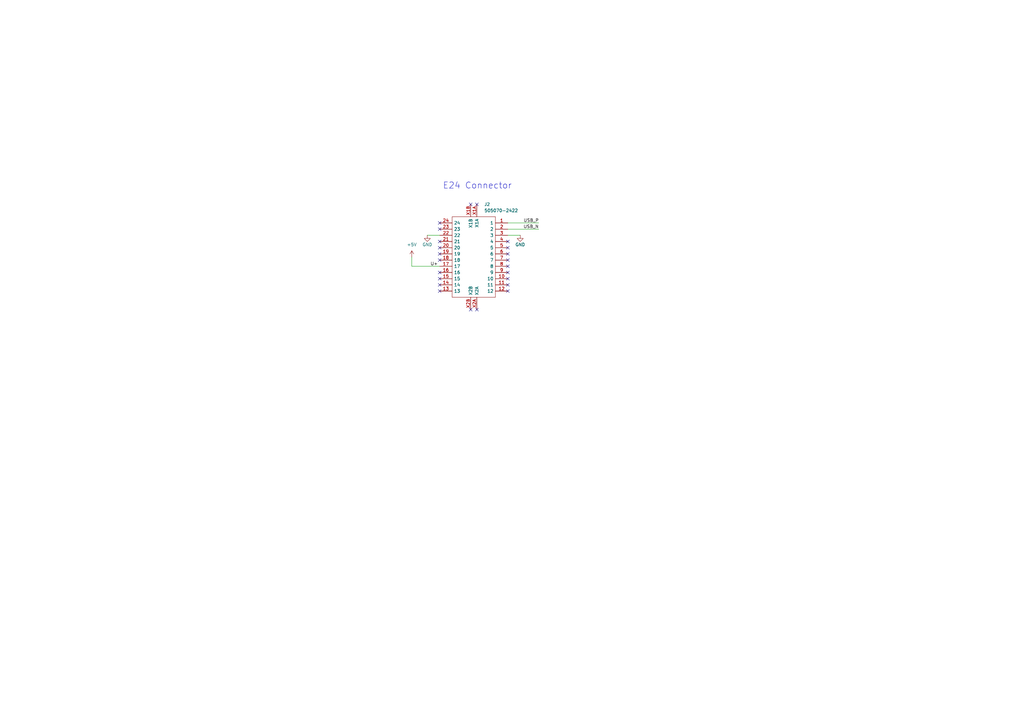
<source format=kicad_sch>
(kicad_sch (version 20231120) (generator "eeschema") (generator_version "8.0")
  (paper "A3")
  (lib_symbols
    (symbol "GND_1" (power) (pin_numbers hide) (pin_names (offset 0) hide)
      (property "Value" "GND" (at 0 -3.81 0))
      (symbol "GND_1_0_1"
        (polyline (pts (xy 0 0) (xy 0 -1.27) (xy 1.27 -1.27) (xy 0 -2.54) (xy -1.27 -1.27) (xy 0 -1.27)))
      )
      (symbol "GND_1_1_1"
        (pin power_in line (at 0 0 270) (length 0) (name "~") (number "1"))
      )
    )
    (symbol "Local Symbol Library:505070-2422" (pin_names (offset 0.762))
      (property "Reference" "J" (at 39.37 12.7 0))
      (property "Value" "505070-2422" (at 39.37 10.16 0))
      (symbol "505070-2422_0_1"
        (polyline (pts (xy 5.08 7.62) (xy 38.1 7.62) (xy 38.1 -10.16) (xy 5.08 -10.16) (xy 5.08 7.62)) (stroke (width 0.1524)))
      )
      (symbol "505070-2422_1_0"
        (pin passive line (at 7.62 12.7 270) (length 5.08) (name "1") (number "1"))
        (pin passive line (at 30.48 12.7 270) (length 5.08) (name "10") (number "10"))
        (pin passive line (at 33.02 12.7 270) (length 5.08) (name "11") (number "11"))
        (pin passive line (at 35.56 12.7 270) (length 5.08) (name "12") (number "12"))
        (pin passive line (at 35.56 -15.24 90) (length 5.08) (name "13") (number "13"))
        (pin passive line (at 33.02 -15.24 90) (length 5.08) (name "14") (number "14"))
        (pin passive line (at 30.48 -15.24 90) (length 5.08) (name "15") (number "15"))
        (pin passive line (at 27.94 -15.24 90) (length 5.08) (name "16") (number "16"))
        (pin passive line (at 25.4 -15.24 90) (length 5.08) (name "17") (number "17"))
        (pin passive line (at 22.86 -15.24 90) (length 5.08) (name "18") (number "18"))
        (pin passive line (at 20.32 -15.24 90) (length 5.08) (name "19") (number "19"))
        (pin passive line (at 10.16 12.7 270) (length 5.08) (name "2") (number "2"))
        (pin passive line (at 17.78 -15.24 90) (length 5.08) (name "20") (number "20"))
        (pin passive line (at 15.24 -15.24 90) (length 5.08) (name "21") (number "21"))
        (pin passive line (at 12.7 -15.24 90) (length 5.08) (name "22") (number "22"))
        (pin passive line (at 10.16 -15.24 90) (length 5.08) (name "23") (number "23"))
        (pin passive line (at 7.62 -15.24 90) (length 5.08) (name "24") (number "24"))
        (pin passive line (at 12.7 12.7 270) (length 5.08) (name "3") (number "3"))
        (pin passive line (at 15.24 12.7 270) (length 5.08) (name "4") (number "4"))
        (pin passive line (at 17.78 12.7 270) (length 5.08) (name "5") (number "5"))
        (pin passive line (at 20.32 12.7 270) (length 5.08) (name "6") (number "6"))
        (pin passive line (at 22.86 12.7 270) (length 5.08) (name "7") (number "7"))
        (pin passive line (at 25.4 12.7 270) (length 5.08) (name "8") (number "8"))
        (pin passive line (at 27.94 12.7 270) (length 5.08) (name "9") (number "9"))
        (pin passive line (at 0 0 0) (length 5.08) (name "X1A") (number "X1A"))
        (pin passive line (at 0 -2.54 0) (length 5.08) (name "X1B") (number "X1B"))
        (pin passive line (at 43.18 0 180) (length 5.08) (name "X2A") (number "X2A"))
        (pin passive line (at 43.18 -2.54 180) (length 5.08) (name "X2B") (number "X2B"))
      )
    )
    (symbol "power:+5V" (power) (pin_numbers hide) (pin_names (offset 0) hide)
      (property "Value" "+5V" (at 0 3.556 0))
      (symbol "+5V_0_1"
        (polyline (pts (xy -0.762 1.27) (xy 0 2.54)))
        (polyline (pts (xy 0 0) (xy 0 2.54)))
        (polyline (pts (xy 0 2.54) (xy 0.762 1.27)))
      )
      (symbol "+5V_1_1"
        (pin power_in line (at 0 0 90) (length 0) (name "~") (number "1"))
      )
    )
  )
  (no_connect (at 208.28 109.22))
  (no_connect (at 208.28 114.3))
  (no_connect (at 180.34 111.76))
  (no_connect (at 208.28 119.38))
  (no_connect (at 180.34 93.98))
  (no_connect (at 208.28 106.68))
  (no_connect (at 208.28 101.6))
  (no_connect (at 193.04 127))
  (no_connect (at 180.34 116.84))
  (no_connect (at 208.28 99.06))
  (no_connect (at 180.34 119.38))
  (no_connect (at 195.58 127))
  (no_connect (at 180.34 104.14))
  (no_connect (at 180.34 99.06))
  (no_connect (at 208.28 111.76))
  (no_connect (at 193.04 83.82))
  (no_connect (at 180.34 91.44))
  (no_connect (at 195.58 83.82))
  (no_connect (at 208.28 104.14))
  (no_connect (at 180.34 101.6))
  (no_connect (at 208.28 116.84))
  (no_connect (at 180.34 114.3))
  (no_connect (at 180.34 106.68))
  (wire (pts (xy 220.98 91.44) (xy 208.28 91.44)))
  (wire (pts (xy 213.36 96.52) (xy 208.28 96.52)))
  (wire (pts (xy 220.98 93.98) (xy 208.28 93.98)))
  (wire (pts (xy 175.26 96.52) (xy 180.34 96.52)))
  (wire (pts (xy 168.91 105.41) (xy 168.91 109.22)))
  (wire (pts (xy 168.91 109.22) (xy 180.34 109.22)))
  (text "E24 Connector" (at 181.61 77.724 0) (effects (font (size 2.54 2.54)) (justify left bottom)))
  (label "U+" (at 176.53 109.22 0))
  (label "USB_N" (at 220.98 93.98 180))
  (label "USB_P" (at 220.98 91.44 180))
  (symbol (lib_id "Local Symbol Library:505070-2422") (at 195.58 83.82 270) (unit 1)
    (property "Reference" "J2" (at 198.5965 83.82 90) (effects (justify left)))
    (property "Value" "505070-2422" (at 198.5965 86.36 90) (effects (justify left)))
    (property "Footprint" "5050702422" (effects (hide yes)))
    (property "Datasheet" "https://componentsearchengine.com/Datasheets/1/505070-2422.pdf" (effects (hide yes)))
    (property "Description" "SlimStack Board-to-Board Connector, 0.35mm Pitch, SSB RP Series, Plug, 0.60 or 0.70mm Mated Height, 2.00mm Mated Width,  Circuits, Armor Nail, 0.15mm Fitting Nail Width" (effects (hide yes)))
    (property "Description_1" "SlimStack Board-to-Board Connector, 0.35mm Pitch, SSB RP Series, Plug, 0.60 or 0.70mm Mated Height, 2.00mm Mated Width,  Circuits, Armor Nail, 0.15mm Fitting Nail Width" (effects (hide yes)))
    (property "Height" "0.53" (effects (hide yes)))
    (property "Mouser Part Number" "538-505070-2422" (effects (hide yes)))
    (property "Mouser Price/Stock" "https://www.mouser.co.uk/ProductDetail/Molex/505070-2422?qs=byeeYqUIh0O5%2FI3N2TrZwg%3D%3D" (effects (hide yes)))
    (property "Manufacturer_Name" "Molex" (effects (hide yes)))
    (property "Manufacturer_Part_Number" "505070-2422" (effects (hide yes)))
  )
  (symbol (lib_name "GND_1") (lib_id "power:GND") (at 175.26 96.52 0) (unit 1)
    (property "Reference" "#PWR044" (effects (hide yes)))
    (property "Value" "GND" (at 175.26 100.33 0))
    (property "Description" "Power symbol creates a global label with name \"GND\" , ground" (effects (hide yes)))
  )
  (symbol (lib_id "power:+5V") (at 168.91 105.41 0) (unit 1)
    (property "Reference" "#PWR039" (effects (hide yes)))
    (property "Value" "+5V" (at 168.91 100.33 0))
    (property "Description" "Power symbol creates a global label with name \"+5V\"" (effects (hide yes)))
  )
  (symbol (lib_name "GND_1") (lib_id "power:GND") (at 213.36 96.52 0) (mirror y) (unit 1)
    (property "Reference" "#PWR038" (effects (hide yes)))
    (property "Value" "GND" (at 213.36 100.33 0))
    (property "Description" "Power symbol creates a global label with name \"GND\" , ground" (effects (hide yes)))
  )
)
</source>
